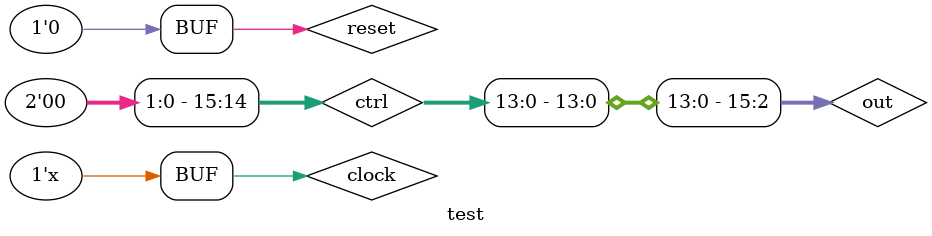
<source format=v>
`timescale 1ns / 1ps

module test;

	// Inputs
	reg clock;
	reg reset;

	// Outputs
	wire [5:0] op;
	wire [17:0] out;
	wire [15:0] ctrl = out[15:2];
	wire [1:0] choice = out[1:0];

	// Instantiate the Unit Under Test (UUT)
	micro_controller uut (
		.clock(clock), 
		.reset(reset), 
		.op(op), 
		.out(out)
	);

	initial begin
		// Initialize Inputs
		clock = 0;
		reset = 0;
	end
      
	always begin
		clock = ~clock;
		#25;
	end

endmodule


</source>
